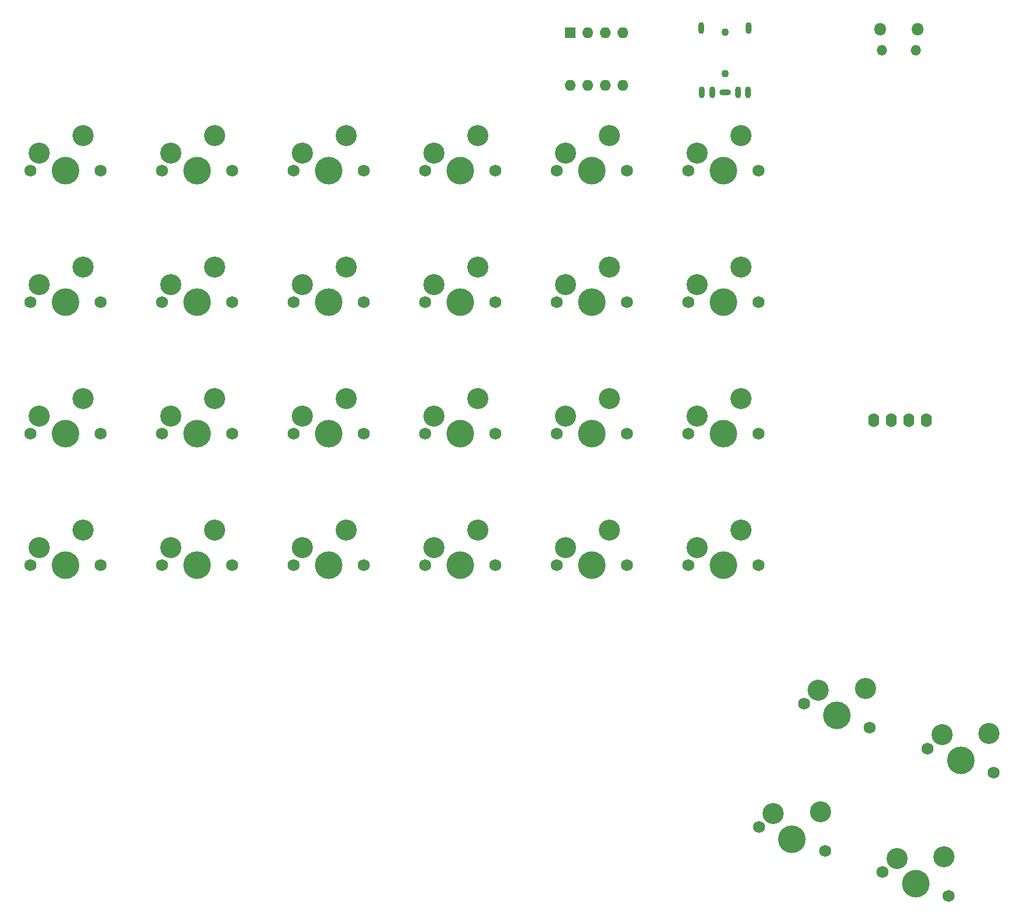
<source format=gts>
%TF.GenerationSoftware,KiCad,Pcbnew,6.99.0-dfdedfa605*%
%TF.CreationDate,2022-05-26T14:32:38+01:00*%
%TF.ProjectId,keyboard-left,6b657962-6f61-4726-942d-6c6566742e6b,dev-1*%
%TF.SameCoordinates,Original*%
%TF.FileFunction,Soldermask,Top*%
%TF.FilePolarity,Negative*%
%FSLAX46Y46*%
G04 Gerber Fmt 4.6, Leading zero omitted, Abs format (unit mm)*
G04 Created by KiCad (PCBNEW 6.99.0-dfdedfa605) date 2022-05-26 14:32:38*
%MOMM*%
%LPD*%
G01*
G04 APERTURE LIST*
%ADD10C,1.750000*%
%ADD11C,3.050000*%
%ADD12C,4.000000*%
%ADD13R,1.600000X1.600000*%
%ADD14O,1.600000X1.600000*%
%ADD15O,1.600000X2.000000*%
%ADD16C,1.100000*%
%ADD17O,1.700000X0.850000*%
%ADD18O,0.850000X1.700000*%
%ADD19O,1.800000X1.800000*%
%ADD20O,1.500000X1.500000*%
G04 APERTURE END LIST*
D10*
%TO.C,SW1*%
X32283400Y-50623200D03*
D11*
X33553400Y-48083200D03*
D12*
X37363400Y-50623200D03*
D11*
X39903400Y-45543200D03*
D10*
X42443400Y-50623200D03*
%TD*%
%TO.C,SW20*%
X108483400Y-69673200D03*
D11*
X109753400Y-67133200D03*
D12*
X113563400Y-69673200D03*
D11*
X116103400Y-64593200D03*
D10*
X118643400Y-69673200D03*
%TD*%
%TO.C,SW10*%
X70383400Y-69673200D03*
D11*
X71653400Y-67133200D03*
D12*
X75463400Y-69673200D03*
D11*
X78003400Y-64593200D03*
D10*
X80543400Y-69673200D03*
%TD*%
%TO.C,SW25*%
X127533400Y-69673200D03*
D11*
X128803400Y-67133200D03*
D12*
X132613400Y-69673200D03*
D11*
X135153400Y-64593200D03*
D10*
X137693400Y-69673200D03*
%TD*%
%TO.C,SW17*%
X89433400Y-107773200D03*
D11*
X90703400Y-105233200D03*
D12*
X94513400Y-107773200D03*
D11*
X97053400Y-102693200D03*
D10*
X99593400Y-107773200D03*
%TD*%
D13*
%TO.C,SW29*%
X110398399Y-30673199D03*
D14*
X112938399Y-30673199D03*
X115478399Y-30673199D03*
X118018399Y-30673199D03*
X118018399Y-38293199D03*
X115478399Y-38293199D03*
X112938399Y-38293199D03*
X110398399Y-38293199D03*
%TD*%
D10*
%TO.C,SW26*%
X127533400Y-88723200D03*
D11*
X128803400Y-86183200D03*
D12*
X132613400Y-88723200D03*
D11*
X135153400Y-83643200D03*
D10*
X137693400Y-88723200D03*
%TD*%
D15*
%TO.C,Brd1*%
X154393399Y-86758199D03*
X156933399Y-86758199D03*
X159473399Y-86758199D03*
X162013399Y-86758199D03*
%TD*%
D10*
%TO.C,SW15*%
X89433400Y-69673200D03*
D11*
X90703400Y-67133200D03*
D12*
X94513400Y-69673200D03*
D11*
X97053400Y-64593200D03*
D10*
X99593400Y-69673200D03*
%TD*%
%TO.C,SW24*%
X127533400Y-50623200D03*
D11*
X128803400Y-48083200D03*
D12*
X132613400Y-50623200D03*
D11*
X135153400Y-45543200D03*
D10*
X137693400Y-50623200D03*
%TD*%
%TO.C,SW18*%
X162172496Y-134336763D03*
D11*
X164234637Y-132384309D03*
D12*
X166946135Y-136074225D03*
D11*
X171070417Y-132169318D03*
D10*
X171719774Y-137811687D03*
%TD*%
%TO.C,SW6*%
X51333400Y-69673200D03*
D11*
X52603400Y-67133200D03*
D12*
X56413400Y-69673200D03*
D11*
X58953400Y-64593200D03*
D10*
X61493400Y-69673200D03*
%TD*%
%TO.C,SW21*%
X108483400Y-88723200D03*
D11*
X109753400Y-86183200D03*
D12*
X113563400Y-88723200D03*
D11*
X116103400Y-83643200D03*
D10*
X118643400Y-88723200D03*
%TD*%
%TO.C,SW4*%
X32283400Y-107773200D03*
D11*
X33553400Y-105233200D03*
D12*
X37363400Y-107773200D03*
D11*
X39903400Y-102693200D03*
D10*
X42443400Y-107773200D03*
%TD*%
%TO.C,SW23*%
X137755868Y-145722424D03*
D11*
X139818009Y-143769970D03*
D12*
X142529507Y-147459886D03*
D11*
X146653789Y-143554979D03*
D10*
X147303146Y-149197348D03*
%TD*%
%TO.C,SW11*%
X70383400Y-88723200D03*
D11*
X71653400Y-86183200D03*
D12*
X75463400Y-88723200D03*
D11*
X78003400Y-83643200D03*
D10*
X80543400Y-88723200D03*
%TD*%
%TO.C,SW19*%
X108483400Y-50623200D03*
D11*
X109753400Y-48083200D03*
D12*
X113563400Y-50623200D03*
D11*
X116103400Y-45543200D03*
D10*
X118643400Y-50623200D03*
%TD*%
%TO.C,SW5*%
X51333400Y-50623200D03*
D11*
X52603400Y-48083200D03*
D12*
X56413400Y-50623200D03*
D11*
X58953400Y-45543200D03*
D10*
X61493400Y-50623200D03*
%TD*%
%TO.C,SW27*%
X127533400Y-107773200D03*
D11*
X128803400Y-105233200D03*
D12*
X132613400Y-107773200D03*
D11*
X135153400Y-102693200D03*
D10*
X137693400Y-107773200D03*
%TD*%
%TO.C,SW16*%
X89433400Y-88723200D03*
D11*
X90703400Y-86183200D03*
D12*
X94513400Y-88723200D03*
D11*
X97053400Y-83643200D03*
D10*
X99593400Y-88723200D03*
%TD*%
%TO.C,SW8*%
X51333400Y-107773200D03*
D11*
X52603400Y-105233200D03*
D12*
X56413400Y-107773200D03*
D11*
X58953400Y-102693200D03*
D10*
X61493400Y-107773200D03*
%TD*%
D16*
%TO.C,J2*%
X132842000Y-30566000D03*
X132842000Y-36566000D03*
D17*
X132841999Y-39265999D03*
D18*
X136191999Y-39265999D03*
X129491999Y-39265999D03*
X129391999Y-29965999D03*
X136291999Y-29965999D03*
X134691999Y-39265999D03*
X130991999Y-39265999D03*
%TD*%
D10*
%TO.C,SW13*%
X144271352Y-127821280D03*
D11*
X146333493Y-125868826D03*
D12*
X149044991Y-129558742D03*
D11*
X153169273Y-125653835D03*
D10*
X153818630Y-131296204D03*
%TD*%
%TO.C,SW3*%
X32283400Y-88723200D03*
D11*
X33553400Y-86183200D03*
D12*
X37363400Y-88723200D03*
D11*
X39903400Y-83643200D03*
D10*
X42443400Y-88723200D03*
%TD*%
%TO.C,SW28*%
X155657013Y-152237908D03*
D11*
X157719154Y-150285454D03*
D12*
X160430652Y-153975370D03*
D11*
X164554934Y-150070463D03*
D10*
X165204291Y-155712832D03*
%TD*%
%TO.C,SW7*%
X51333400Y-88723200D03*
D11*
X52603400Y-86183200D03*
D12*
X56413400Y-88723200D03*
D11*
X58953400Y-83643200D03*
D10*
X61493400Y-88723200D03*
%TD*%
%TO.C,SW14*%
X89433400Y-50623200D03*
D11*
X90703400Y-48083200D03*
D12*
X94513400Y-50623200D03*
D11*
X97053400Y-45543200D03*
D10*
X99593400Y-50623200D03*
%TD*%
%TO.C,SW9*%
X70383400Y-50623200D03*
D11*
X71653400Y-48083200D03*
D12*
X75463400Y-50623200D03*
D11*
X78003400Y-45543200D03*
D10*
X80543400Y-50623200D03*
%TD*%
%TO.C,SW2*%
X32283400Y-69673200D03*
D11*
X33553400Y-67133200D03*
D12*
X37363400Y-69673200D03*
D11*
X39903400Y-64593200D03*
D10*
X42443400Y-69673200D03*
%TD*%
%TO.C,SW22*%
X108483400Y-107773200D03*
D11*
X109753400Y-105233200D03*
D12*
X113563400Y-107773200D03*
D11*
X116103400Y-102693200D03*
D10*
X118643400Y-107773200D03*
%TD*%
%TO.C,SW12*%
X70383400Y-107773200D03*
D11*
X71653400Y-105233200D03*
D12*
X75463400Y-107773200D03*
D11*
X78003400Y-102693200D03*
D10*
X80543400Y-107773200D03*
%TD*%
D19*
%TO.C,U2*%
X160738399Y-30178199D03*
D20*
X160438399Y-33208199D03*
X155588399Y-33208199D03*
D19*
X155288399Y-30178199D03*
%TD*%
M02*

</source>
